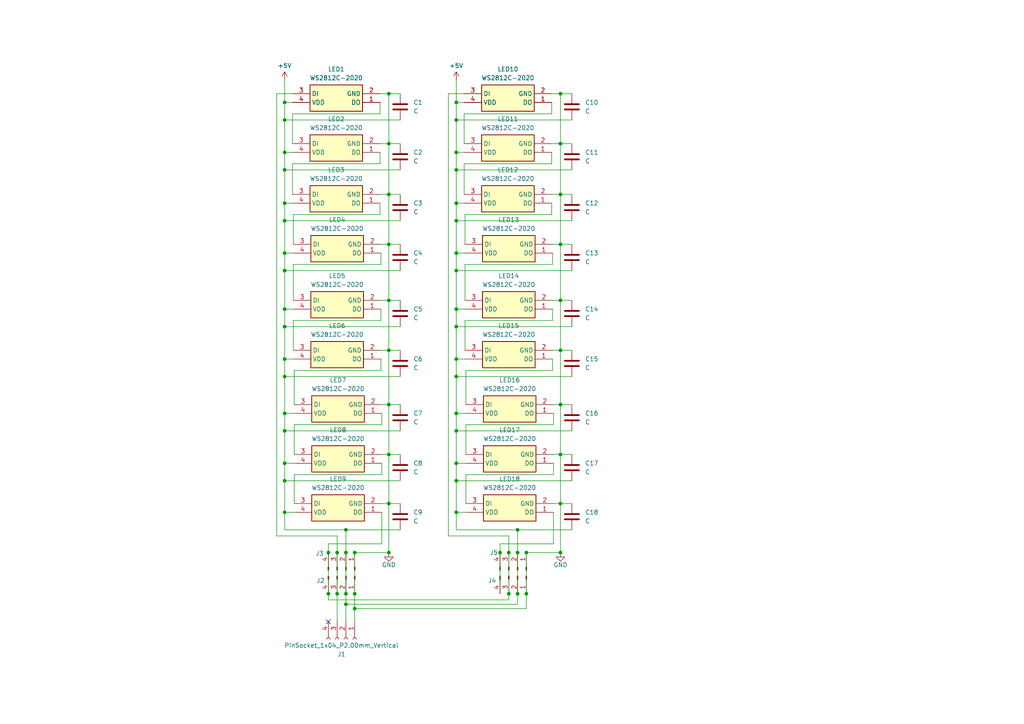
<source format=kicad_sch>
(kicad_sch (version 20230121) (generator eeschema)
  (paper "A4")
  (lib_symbols
    (symbol "Connector:Conn_01x04_Pin" (pin_names (offset 1.016) hide)
      (property "Reference" "J" (at 0 5.08 0))
      (property "Value" "Conn_01x04_Pin" (at 0 -7.62 0))
      (symbol "Conn_01x04_Pin_1_1"
        (polyline (pts (xy 1.27 -5.08) (xy 0.8636 -5.08)) (stroke (width 0.1524)))
        (polyline (pts (xy 1.27 -2.54) (xy 0.8636 -2.54)) (stroke (width 0.1524)))
        (polyline (pts (xy 1.27 0) (xy 0.8636 0)) (stroke (width 0.1524)))
        (polyline (pts (xy 1.27 2.54) (xy 0.8636 2.54)) (stroke (width 0.1524)))
        (rectangle (start 0.8636 -4.953) (end 0 -5.207) (stroke (width 0.1524)) (fill (type outline)))
        (rectangle (start 0.8636 -2.413) (end 0 -2.667) (stroke (width 0.1524)) (fill (type outline)))
        (rectangle (start 0.8636 0.127) (end 0 -0.127) (stroke (width 0.1524)) (fill (type outline)))
        (rectangle (start 0.8636 2.667) (end 0 2.413) (stroke (width 0.1524)) (fill (type outline)))
        (pin passive line (at 5.08 2.54 180) (length 3.81) (name "Pin_1") (number "1"))
        (pin passive line (at 5.08 0 180) (length 3.81) (name "Pin_2") (number "2"))
        (pin passive line (at 5.08 -2.54 180) (length 3.81) (name "Pin_3") (number "3"))
        (pin passive line (at 5.08 -5.08 180) (length 3.81) (name "Pin_4") (number "4"))
      )
    )
    (symbol "Connector:Conn_01x04_Socket" (pin_names (offset 1.016) hide)
      (property "Reference" "J" (at 0 5.08 0))
      (property "Value" "Conn_01x04_Socket" (at 0 -7.62 0))
      (symbol "Conn_01x04_Socket_1_1"
        (arc (start 0 -4.572) (mid -0.5058 -5.08) (end 0 -5.588) (stroke (width 0.1524)))
        (arc (start 0 -2.032) (mid -0.5058 -2.54) (end 0 -3.048) (stroke (width 0.1524)))
        (polyline (pts (xy -1.27 -5.08) (xy -0.508 -5.08)) (stroke (width 0.1524)))
        (polyline (pts (xy -1.27 -2.54) (xy -0.508 -2.54)) (stroke (width 0.1524)))
        (polyline (pts (xy -1.27 0) (xy -0.508 0)) (stroke (width 0.1524)))
        (polyline (pts (xy -1.27 2.54) (xy -0.508 2.54)) (stroke (width 0.1524)))
        (arc (start 0 0.508) (mid -0.5058 0) (end 0 -0.508) (stroke (width 0.1524)))
        (arc (start 0 3.048) (mid -0.5058 2.54) (end 0 2.032) (stroke (width 0.1524)))
        (pin passive line (at -5.08 2.54 0) (length 3.81) (name "Pin_1") (number "1"))
        (pin passive line (at -5.08 0 0) (length 3.81) (name "Pin_2") (number "2"))
        (pin passive line (at -5.08 -2.54 0) (length 3.81) (name "Pin_3") (number "3"))
        (pin passive line (at -5.08 -5.08 0) (length 3.81) (name "Pin_4") (number "4"))
      )
    )
    (symbol "Device:C" (pin_numbers hide) (pin_names (offset 0.254))
      (property "Reference" "C" (at 0.635 2.54 0))
      (property "Value" "C" (at 0.635 -2.54 0))
      (symbol "C_0_1"
        (polyline (pts (xy -2.032 -0.762) (xy 2.032 -0.762)) (stroke (width 0.508)))
        (polyline (pts (xy -2.032 0.762) (xy 2.032 0.762)) (stroke (width 0.508)))
      )
      (symbol "C_1_1"
        (pin passive line (at 0 3.81 270) (length 2.794) (name "~") (number "1"))
        (pin passive line (at 0 -3.81 90) (length 2.794) (name "~") (number "2"))
      )
    )
    (symbol "Library:WS2812C-2020"
      (property "Reference" "LED9" (at 12.7 7.112 0))
      (property "Value" "WS2812C-2020" (at 12.7 4.572 0))
      (symbol "WS2812C-2020_1_1"
        (rectangle (start 5.08 2.54) (end 20.32 -5.08) (stroke (width 0.254)) (fill (type background)))
        (pin passive line (at 25.4 -2.54 180) (length 5.08) (name "DO") (number "1"))
        (pin passive line (at 25.4 0 180) (length 5.08) (name "GND") (number "2"))
        (pin passive line (at 0 0 0) (length 5.08) (name "DI") (number "3"))
        (pin passive line (at 0 -2.54 0) (length 5.08) (name "VDD") (number "4"))
      )
    )
    (symbol "power:+5V" (power) (pin_names (offset 0))
      (property "Value" "+5V" (at 0 3.556 0))
      (symbol "+5V_0_1"
        (polyline (pts (xy -0.762 1.27) (xy 0 2.54)))
        (polyline (pts (xy 0 0) (xy 0 2.54)))
        (polyline (pts (xy 0 2.54) (xy 0.762 1.27)))
      )
      (symbol "+5V_1_1"
        (pin power_in line (at 0 0 90) (length 0) hide (name "+5V") (number "1"))
      )
    )
    (symbol "power:GND" (power) (pin_names (offset 0))
      (property "Value" "GND" (at 0 -3.81 0))
      (symbol "GND_0_1"
        (polyline (pts (xy 0 0) (xy 0 -1.27) (xy 1.27 -1.27) (xy 0 -2.54) (xy -1.27 -1.27) (xy 0 -1.27)))
      )
      (symbol "GND_1_1"
        (pin power_in line (at 0 0 270) (length 0) hide (name "GND") (number "1"))
      )
    )
  )
  (junction (at 162.56 87.122))
  (junction (at 82.55 64.008))
  (junction (at 112.776 56.388))
  (junction (at 102.87 172.212))
  (junction (at 162.56 160.274))
  (junction (at 82.55 94.742))
  (junction (at 95.25 172.212))
  (junction (at 82.55 104.14))
  (junction (at 82.55 148.59))
  (junction (at 132.334 78.486))
  (junction (at 100.33 153.67))
  (junction (at 100.33 175.26))
  (junction (at 132.334 73.406))
  (junction (at 82.55 78.486))
  (junction (at 82.55 29.718))
  (junction (at 112.776 117.348))
  (junction (at 162.56 101.6))
  (junction (at 132.334 49.276))
  (junction (at 145.034 160.274))
  (junction (at 112.776 87.122))
  (junction (at 82.55 49.276))
  (junction (at 112.776 160.274))
  (junction (at 152.654 160.274))
  (junction (at 102.87 176.53))
  (junction (at 132.334 124.968))
  (junction (at 150.114 172.212))
  (junction (at 132.334 89.662))
  (junction (at 102.87 160.274))
  (junction (at 112.776 41.656))
  (junction (at 147.574 160.274))
  (junction (at 132.334 94.742))
  (junction (at 82.55 134.366))
  (junction (at 132.334 58.928))
  (junction (at 100.33 172.212))
  (junction (at 147.574 172.212))
  (junction (at 132.334 34.798))
  (junction (at 132.334 64.008))
  (junction (at 82.55 58.928))
  (junction (at 112.776 27.178))
  (junction (at 82.55 119.888))
  (junction (at 82.55 89.662))
  (junction (at 132.334 139.446))
  (junction (at 150.114 153.67))
  (junction (at 82.55 44.196))
  (junction (at 162.56 70.866))
  (junction (at 82.55 124.968))
  (junction (at 132.334 104.14))
  (junction (at 132.334 109.22))
  (junction (at 100.33 160.274))
  (junction (at 132.334 134.366))
  (junction (at 95.25 160.274))
  (junction (at 82.55 34.798))
  (junction (at 112.776 101.6))
  (junction (at 132.334 29.718))
  (junction (at 162.56 27.178))
  (junction (at 112.776 70.866))
  (junction (at 150.114 160.274))
  (junction (at 152.654 172.212))
  (junction (at 162.56 41.656))
  (junction (at 132.334 148.59))
  (junction (at 97.79 160.274))
  (junction (at 112.776 146.05))
  (junction (at 162.56 131.826))
  (junction (at 162.56 146.05))
  (junction (at 82.55 109.22))
  (junction (at 132.334 44.196))
  (junction (at 97.79 172.212))
  (junction (at 82.55 73.406))
  (junction (at 82.55 139.446))
  (junction (at 162.56 117.348))
  (junction (at 132.334 119.888))
  (junction (at 162.56 56.388))
  (junction (at 112.776 131.826))
  (no_connect (at 95.25 180.34))
  (wire (pts (xy 145.034 160.274) (xy 145.034 172.212)))
  (wire (pts (xy 162.56 146.05) (xy 165.862 146.05)))
  (wire (pts (xy 112.776 70.866) (xy 116.078 70.866)))
  (wire (pts (xy 82.55 58.928) (xy 84.836 58.928)))
  (wire (pts (xy 134.62 33.02) (xy 134.62 41.656)))
  (wire (pts (xy 160.274 107.442) (xy 135.128 107.442)))
  (wire (pts (xy 160.02 58.928) (xy 160.02 62.23)))
  (wire (pts (xy 116.078 94.742) (xy 82.55 94.742)))
  (wire (pts (xy 112.776 27.178) (xy 116.078 27.178)))
  (wire (pts (xy 82.55 89.662) (xy 82.55 94.742)))
  (wire (pts (xy 112.776 56.388) (xy 116.078 56.388)))
  (wire (pts (xy 162.56 146.05) (xy 162.56 160.274)))
  (wire (pts (xy 112.776 87.122) (xy 112.776 101.6)))
  (wire (pts (xy 130.048 27.178) (xy 130.048 155.448)))
  (wire (pts (xy 80.264 27.178) (xy 80.264 155.448)))
  (wire (pts (xy 100.33 153.67) (xy 82.55 153.67)))
  (wire (pts (xy 162.56 27.178) (xy 162.56 41.656)))
  (wire (pts (xy 112.776 131.826) (xy 116.078 131.826)))
  (wire (pts (xy 110.236 41.656) (xy 112.776 41.656)))
  (wire (pts (xy 95.25 160.274) (xy 95.25 172.212)))
  (wire (pts (xy 97.79 172.212) (xy 97.79 180.34)))
  (wire (pts (xy 132.334 73.406) (xy 134.874 73.406)))
  (wire (pts (xy 165.862 153.67) (xy 150.114 153.67)))
  (wire (pts (xy 82.55 73.406) (xy 82.55 78.486)))
  (wire (pts (xy 132.334 124.968) (xy 132.334 134.366)))
  (wire (pts (xy 160.02 47.498) (xy 134.62 47.498)))
  (wire (pts (xy 112.776 27.178) (xy 112.776 41.656)))
  (wire (pts (xy 162.56 87.122) (xy 162.56 101.6)))
  (wire (pts (xy 132.334 73.406) (xy 132.334 78.486)))
  (wire (pts (xy 97.79 155.448) (xy 97.79 160.274)))
  (wire (pts (xy 160.528 137.668) (xy 160.528 134.366)))
  (wire (pts (xy 132.334 44.196) (xy 132.334 49.276)))
  (wire (pts (xy 160.528 146.05) (xy 162.56 146.05)))
  (wire (pts (xy 112.776 117.348) (xy 116.078 117.348)))
  (wire (pts (xy 160.274 70.866) (xy 162.56 70.866)))
  (wire (pts (xy 100.33 153.67) (xy 100.33 160.274)))
  (wire (pts (xy 132.334 78.486) (xy 132.334 89.662)))
  (wire (pts (xy 165.862 109.22) (xy 132.334 109.22)))
  (wire (pts (xy 150.114 153.67) (xy 132.334 153.67)))
  (wire (pts (xy 82.55 94.742) (xy 82.55 104.14)))
  (wire (pts (xy 160.528 119.888) (xy 160.528 123.19)))
  (wire (pts (xy 160.02 62.23) (xy 134.874 62.23)))
  (wire (pts (xy 132.334 58.928) (xy 134.62 58.928)))
  (wire (pts (xy 135.128 137.668) (xy 160.528 137.668)))
  (wire (pts (xy 85.09 62.23) (xy 85.09 70.866)))
  (wire (pts (xy 110.236 58.928) (xy 110.236 62.23)))
  (wire (pts (xy 134.62 27.178) (xy 130.048 27.178)))
  (wire (pts (xy 162.56 131.826) (xy 165.862 131.826)))
  (wire (pts (xy 160.274 73.406) (xy 160.274 76.708)))
  (wire (pts (xy 134.874 62.23) (xy 134.874 70.866)))
  (wire (pts (xy 85.09 92.964) (xy 85.09 101.6)))
  (wire (pts (xy 132.334 34.798) (xy 132.334 44.196)))
  (wire (pts (xy 82.55 34.798) (xy 82.55 44.196)))
  (wire (pts (xy 82.55 29.718) (xy 82.55 34.798)))
  (wire (pts (xy 85.09 76.708) (xy 85.09 87.122)))
  (wire (pts (xy 110.236 27.178) (xy 112.776 27.178)))
  (wire (pts (xy 112.776 146.05) (xy 116.078 146.05)))
  (wire (pts (xy 102.87 172.212) (xy 102.87 176.53)))
  (wire (pts (xy 162.56 117.348) (xy 165.862 117.348)))
  (wire (pts (xy 132.334 139.446) (xy 132.334 148.59)))
  (wire (pts (xy 160.528 123.19) (xy 135.128 123.19)))
  (wire (pts (xy 132.334 64.008) (xy 165.862 64.008)))
  (wire (pts (xy 95.25 172.212) (xy 95.25 173.99)))
  (wire (pts (xy 160.528 131.826) (xy 162.56 131.826)))
  (wire (pts (xy 132.334 104.14) (xy 134.874 104.14)))
  (wire (pts (xy 165.862 94.742) (xy 132.334 94.742)))
  (wire (pts (xy 162.56 56.388) (xy 162.56 70.866)))
  (wire (pts (xy 112.776 87.122) (xy 116.078 87.122)))
  (wire (pts (xy 116.078 34.798) (xy 82.55 34.798)))
  (wire (pts (xy 85.344 146.05) (xy 85.344 137.668)))
  (wire (pts (xy 150.114 172.212) (xy 150.114 175.26)))
  (wire (pts (xy 132.334 49.276) (xy 132.334 58.928)))
  (wire (pts (xy 160.274 104.14) (xy 160.274 107.442)))
  (wire (pts (xy 116.078 78.486) (xy 82.55 78.486)))
  (wire (pts (xy 102.87 176.53) (xy 152.654 176.53)))
  (wire (pts (xy 132.334 109.22) (xy 132.334 119.888)))
  (wire (pts (xy 160.02 56.388) (xy 162.56 56.388)))
  (wire (pts (xy 135.128 107.442) (xy 135.128 117.348)))
  (wire (pts (xy 84.836 47.498) (xy 84.836 56.388)))
  (wire (pts (xy 110.49 76.708) (xy 85.09 76.708)))
  (wire (pts (xy 82.55 58.928) (xy 82.55 64.008)))
  (wire (pts (xy 147.574 172.212) (xy 147.574 173.99)))
  (wire (pts (xy 82.55 109.22) (xy 82.55 119.888)))
  (wire (pts (xy 82.55 104.14) (xy 85.09 104.14)))
  (wire (pts (xy 82.55 124.968) (xy 82.55 134.366)))
  (wire (pts (xy 145.034 157.734) (xy 145.034 160.274)))
  (wire (pts (xy 110.744 117.348) (xy 112.776 117.348)))
  (wire (pts (xy 160.274 89.662) (xy 160.274 92.964)))
  (wire (pts (xy 152.654 160.274) (xy 152.654 172.212)))
  (wire (pts (xy 162.56 131.826) (xy 162.56 146.05)))
  (wire (pts (xy 102.87 160.274) (xy 112.776 160.274)))
  (wire (pts (xy 132.334 119.888) (xy 132.334 124.968)))
  (wire (pts (xy 82.55 119.888) (xy 82.55 124.968)))
  (wire (pts (xy 82.55 64.008) (xy 82.55 73.406)))
  (wire (pts (xy 110.744 119.888) (xy 110.744 123.19)))
  (wire (pts (xy 84.836 29.718) (xy 82.55 29.718)))
  (wire (pts (xy 160.02 33.02) (xy 160.02 29.718)))
  (wire (pts (xy 82.55 89.662) (xy 85.09 89.662)))
  (wire (pts (xy 132.334 29.718) (xy 132.334 34.798)))
  (wire (pts (xy 132.334 58.928) (xy 132.334 64.008)))
  (wire (pts (xy 84.836 33.02) (xy 84.836 41.656)))
  (wire (pts (xy 162.56 41.656) (xy 165.862 41.656)))
  (wire (pts (xy 130.048 155.448) (xy 147.574 155.448)))
  (wire (pts (xy 110.744 146.05) (xy 112.776 146.05)))
  (wire (pts (xy 82.55 78.486) (xy 82.55 89.662)))
  (wire (pts (xy 134.62 47.498) (xy 134.62 56.388)))
  (wire (pts (xy 112.776 70.866) (xy 112.776 87.122)))
  (wire (pts (xy 132.334 134.366) (xy 135.128 134.366)))
  (wire (pts (xy 134.62 33.02) (xy 160.02 33.02)))
  (wire (pts (xy 110.49 73.406) (xy 110.49 76.708)))
  (wire (pts (xy 82.55 23.368) (xy 82.55 29.718)))
  (wire (pts (xy 134.874 92.964) (xy 134.874 101.6)))
  (wire (pts (xy 112.776 101.6) (xy 112.776 117.348)))
  (wire (pts (xy 102.87 160.274) (xy 102.87 172.212)))
  (wire (pts (xy 160.274 101.6) (xy 162.56 101.6)))
  (wire (pts (xy 110.49 92.964) (xy 85.09 92.964)))
  (wire (pts (xy 82.55 104.14) (xy 82.55 109.22)))
  (wire (pts (xy 110.744 137.668) (xy 110.744 134.366)))
  (wire (pts (xy 116.078 49.276) (xy 82.55 49.276)))
  (wire (pts (xy 135.128 123.19) (xy 135.128 131.826)))
  (wire (pts (xy 134.874 76.708) (xy 134.874 87.122)))
  (wire (pts (xy 160.02 44.196) (xy 160.02 47.498)))
  (wire (pts (xy 110.744 131.826) (xy 112.776 131.826)))
  (wire (pts (xy 132.334 104.14) (xy 132.334 109.22)))
  (wire (pts (xy 110.744 123.19) (xy 85.344 123.19)))
  (wire (pts (xy 82.55 134.366) (xy 82.55 139.446)))
  (wire (pts (xy 147.574 155.448) (xy 147.574 160.274)))
  (wire (pts (xy 116.078 109.22) (xy 82.55 109.22)))
  (wire (pts (xy 95.25 157.734) (xy 95.25 160.274)))
  (wire (pts (xy 134.62 44.196) (xy 132.334 44.196)))
  (wire (pts (xy 150.114 153.67) (xy 150.114 160.274)))
  (wire (pts (xy 152.654 176.53) (xy 152.654 172.212)))
  (wire (pts (xy 95.25 157.734) (xy 110.744 157.734)))
  (wire (pts (xy 162.56 87.122) (xy 165.862 87.122)))
  (wire (pts (xy 84.836 33.02) (xy 110.236 33.02)))
  (wire (pts (xy 132.334 119.888) (xy 135.128 119.888)))
  (wire (pts (xy 84.836 44.196) (xy 82.55 44.196)))
  (wire (pts (xy 145.034 157.734) (xy 160.528 157.734)))
  (wire (pts (xy 110.236 44.196) (xy 110.236 47.498)))
  (wire (pts (xy 110.49 89.662) (xy 110.49 92.964)))
  (wire (pts (xy 110.49 107.442) (xy 85.344 107.442)))
  (wire (pts (xy 132.334 148.59) (xy 135.128 148.59)))
  (wire (pts (xy 85.344 107.442) (xy 85.344 117.348)))
  (wire (pts (xy 162.56 27.178) (xy 165.862 27.178)))
  (wire (pts (xy 132.334 94.742) (xy 132.334 104.14)))
  (wire (pts (xy 82.55 148.59) (xy 85.344 148.59)))
  (wire (pts (xy 100.33 175.26) (xy 150.114 175.26)))
  (wire (pts (xy 135.128 146.05) (xy 135.128 137.668)))
  (wire (pts (xy 160.02 27.178) (xy 162.56 27.178)))
  (wire (pts (xy 112.776 41.656) (xy 112.776 56.388)))
  (wire (pts (xy 132.334 124.968) (xy 165.862 124.968)))
  (wire (pts (xy 165.862 49.276) (xy 132.334 49.276)))
  (wire (pts (xy 160.02 41.656) (xy 162.56 41.656)))
  (wire (pts (xy 110.49 104.14) (xy 110.49 107.442)))
  (wire (pts (xy 112.776 41.656) (xy 116.078 41.656)))
  (wire (pts (xy 100.33 175.26) (xy 100.33 180.34)))
  (wire (pts (xy 132.334 134.366) (xy 132.334 139.446)))
  (wire (pts (xy 80.264 155.448) (xy 97.79 155.448)))
  (wire (pts (xy 162.56 41.656) (xy 162.56 56.388)))
  (wire (pts (xy 160.274 87.122) (xy 162.56 87.122)))
  (wire (pts (xy 85.344 123.19) (xy 85.344 131.826)))
  (wire (pts (xy 165.862 34.798) (xy 132.334 34.798)))
  (wire (pts (xy 82.55 49.276) (xy 82.55 58.928)))
  (wire (pts (xy 82.55 124.968) (xy 116.078 124.968)))
  (wire (pts (xy 84.836 27.178) (xy 80.264 27.178)))
  (wire (pts (xy 82.55 134.366) (xy 85.344 134.366)))
  (wire (pts (xy 162.56 101.6) (xy 162.56 117.348)))
  (wire (pts (xy 110.236 62.23) (xy 85.09 62.23)))
  (wire (pts (xy 160.274 76.708) (xy 134.874 76.708)))
  (wire (pts (xy 132.334 148.59) (xy 132.334 153.67)))
  (wire (pts (xy 116.078 139.446) (xy 82.55 139.446)))
  (wire (pts (xy 82.55 119.888) (xy 85.344 119.888)))
  (wire (pts (xy 162.56 70.866) (xy 162.56 87.122)))
  (wire (pts (xy 110.236 47.498) (xy 84.836 47.498)))
  (wire (pts (xy 160.274 92.964) (xy 134.874 92.964)))
  (wire (pts (xy 134.62 29.718) (xy 132.334 29.718)))
  (wire (pts (xy 162.56 70.866) (xy 165.862 70.866)))
  (wire (pts (xy 110.236 33.02) (xy 110.236 29.718)))
  (wire (pts (xy 110.236 56.388) (xy 112.776 56.388)))
  (wire (pts (xy 110.49 101.6) (xy 112.776 101.6)))
  (wire (pts (xy 110.49 70.866) (xy 112.776 70.866)))
  (wire (pts (xy 112.776 146.05) (xy 112.776 160.274)))
  (wire (pts (xy 110.744 148.59) (xy 110.744 157.734)))
  (wire (pts (xy 82.55 44.196) (xy 82.55 49.276)))
  (wire (pts (xy 95.25 173.99) (xy 147.574 173.99)))
  (wire (pts (xy 110.49 87.122) (xy 112.776 87.122)))
  (wire (pts (xy 112.776 101.6) (xy 116.078 101.6)))
  (wire (pts (xy 116.078 153.67) (xy 100.33 153.67)))
  (wire (pts (xy 112.776 117.348) (xy 112.776 131.826)))
  (wire (pts (xy 160.528 117.348) (xy 162.56 117.348)))
  (wire (pts (xy 165.862 139.446) (xy 132.334 139.446)))
  (wire (pts (xy 132.334 23.368) (xy 132.334 29.718)))
  (wire (pts (xy 82.55 148.59) (xy 82.55 153.67)))
  (wire (pts (xy 112.776 56.388) (xy 112.776 70.866)))
  (wire (pts (xy 85.344 137.668) (xy 110.744 137.668)))
  (wire (pts (xy 162.56 117.348) (xy 162.56 131.826)))
  (wire (pts (xy 100.33 172.212) (xy 100.33 175.26)))
  (wire (pts (xy 97.79 160.274) (xy 97.79 172.212)))
  (wire (pts (xy 165.862 78.486) (xy 132.334 78.486)))
  (wire (pts (xy 147.574 160.274) (xy 147.574 172.212)))
  (wire (pts (xy 150.114 160.274) (xy 150.114 172.212)))
  (wire (pts (xy 132.334 64.008) (xy 132.334 73.406)))
  (wire (pts (xy 162.56 56.388) (xy 165.862 56.388)))
  (wire (pts (xy 160.528 148.59) (xy 160.528 157.734)))
  (wire (pts (xy 162.56 101.6) (xy 165.862 101.6)))
  (wire (pts (xy 102.87 176.53) (xy 102.87 180.34)))
  (wire (pts (xy 132.334 89.662) (xy 134.874 89.662)))
  (wire (pts (xy 82.55 73.406) (xy 85.09 73.406)))
  (wire (pts (xy 152.654 160.274) (xy 162.56 160.274)))
  (wire (pts (xy 82.55 139.446) (xy 82.55 148.59)))
  (wire (pts (xy 100.33 160.274) (xy 100.33 172.212)))
  (wire (pts (xy 132.334 89.662) (xy 132.334 94.742)))
  (wire (pts (xy 82.55 64.008) (xy 116.078 64.008)))
  (wire (pts (xy 112.776 131.826) (xy 112.776 146.05)))
  (symbol (lib_id "Library:WS2812C-2020") (at 85.344 146.05 0) (unit 1)
    (property "Reference" "LED9" (at 98.044 138.938 0))
    (property "Value" "WS2812C-2020" (at 98.044 141.478 0))
    (property "Footprint" "Library:WS2812C2020" (effects hide))
    (property "Datasheet" "http://www.world-semi.com/DownLoadFile/139" (effects hide))
    (property "Height" "0.84" (effects hide))
    (property "Manufacturer_Name" "Worldsemi" (effects hide))
    (property "Manufacturer_Part_Number" "WS2812C-2020" (effects hide))
    (property "LCSC" "C2976072" (effects hide))
  )
  (symbol (lib_id "Library:WS2812C-2020") (at 84.836 41.656 0) (unit 1)
    (property "Reference" "LED2" (at 97.536 34.544 0))
    (property "Value" "WS2812C-2020" (at 97.536 37.084 0))
    (property "Footprint" "Library:WS2812C2020" (effects hide))
    (property "Datasheet" "http://www.world-semi.com/DownLoadFile/139" (effects hide))
    (property "Height" "0.84" (effects hide))
    (property "Manufacturer_Name" "Worldsemi" (effects hide))
    (property "Manufacturer_Part_Number" "WS2812C-2020" (effects hide))
    (property "LCSC" "C2976072" (effects hide))
  )
  (symbol (lib_id "Library:WS2812C-2020") (at 85.09 87.122 0) (unit 1)
    (property "Reference" "LED5" (at 97.79 80.01 0))
    (property "Value" "WS2812C-2020" (at 97.79 82.55 0))
    (property "Footprint" "Library:WS2812C2020" (effects hide))
    (property "Datasheet" "http://www.world-semi.com/DownLoadFile/139" (effects hide))
    (property "Height" "0.84" (effects hide))
    (property "Manufacturer_Name" "Worldsemi" (effects hide))
    (property "Manufacturer_Part_Number" "WS2812C-2020" (effects hide))
    (property "LCSC" "C2976072" (effects hide))
  )
  (symbol (lib_id "Library:WS2812C-2020") (at 135.128 146.05 0) (unit 1)
    (property "Reference" "LED18" (at 147.828 138.938 0))
    (property "Value" "WS2812C-2020" (at 147.828 141.478 0))
    (property "Footprint" "Library:WS2812C2020" (effects hide))
    (property "Datasheet" "http://www.world-semi.com/DownLoadFile/139" (effects hide))
    (property "Height" "0.84" (effects hide))
    (property "Manufacturer_Name" "Worldsemi" (effects hide))
    (property "Manufacturer_Part_Number" "WS2812C-2020" (effects hide))
    (property "LCSC" "C2976072" (effects hide))
  )
  (symbol (lib_id "Device:C") (at 165.862 105.41 0) (unit 1)
    (property "Reference" "C15" (at 169.672 104.14 0) (effects (justify left)))
    (property "Value" "C" (at 169.672 106.68 0) (effects (justify left)))
    (property "Footprint" "Library:C_0402_1005Metric_Pad0.74x0.62mm_HandSolder" (effects hide))
    (property "LCSC" "C1525" (effects hide))
  )
  (symbol (lib_id "Device:C") (at 116.078 45.466 0) (unit 1)
    (property "Reference" "C2" (at 119.888 44.196 0) (effects (justify left)))
    (property "Value" "C" (at 119.888 46.736 0) (effects (justify left)))
    (property "Footprint" "Library:C_0402_1005Metric_Pad0.74x0.62mm_HandSolder" (effects hide))
    (property "LCSC" "C1525" (effects hide))
  )
  (symbol (lib_id "Connector:Conn_01x04_Pin") (at 100.33 167.132 270) (unit 1)
    (property "Reference" "J2" (at 92.964 168.402 90))
    (property "Value" "Conn_01x04_Pin" (effects hide))
    (property "Footprint" "Library:Pad_1x04_P2.00mm" (effects hide))
  )
  (symbol (lib_id "Library:WS2812C-2020") (at 134.874 101.6 0) (unit 1)
    (property "Reference" "LED15" (at 147.574 94.488 0))
    (property "Value" "WS2812C-2020" (at 147.574 97.028 0))
    (property "Footprint" "Library:WS2812C2020" (effects hide))
    (property "Datasheet" "http://www.world-semi.com/DownLoadFile/139" (effects hide))
    (property "Height" "0.84" (effects hide))
    (property "Manufacturer_Name" "Worldsemi" (effects hide))
    (property "Manufacturer_Part_Number" "WS2812C-2020" (effects hide))
    (property "LCSC" "C2976072" (effects hide))
  )
  (symbol (lib_id "Device:C") (at 116.078 74.676 0) (unit 1)
    (property "Reference" "C4" (at 119.888 73.406 0) (effects (justify left)))
    (property "Value" "C" (at 119.888 75.946 0) (effects (justify left)))
    (property "Footprint" "Library:C_0402_1005Metric_Pad0.74x0.62mm_HandSolder" (effects hide))
    (property "LCSC" "C1525" (effects hide))
  )
  (symbol (lib_id "Library:WS2812C-2020") (at 134.874 70.866 0) (unit 1)
    (property "Reference" "LED13" (at 147.574 63.754 0))
    (property "Value" "WS2812C-2020" (at 147.574 66.294 0))
    (property "Footprint" "Library:WS2812C2020" (effects hide))
    (property "Datasheet" "http://www.world-semi.com/DownLoadFile/139" (effects hide))
    (property "Height" "0.84" (effects hide))
    (property "Manufacturer_Name" "Worldsemi" (effects hide))
    (property "Manufacturer_Part_Number" "WS2812C-2020" (effects hide))
    (property "LCSC" "C2976072" (effects hide))
  )
  (symbol (lib_id "Device:C") (at 165.862 121.158 0) (unit 1)
    (property "Reference" "C16" (at 169.672 119.888 0) (effects (justify left)))
    (property "Value" "C" (at 169.672 122.428 0) (effects (justify left)))
    (property "Footprint" "Library:C_0402_1005Metric_Pad0.74x0.62mm_HandSolder" (effects hide))
    (property "LCSC" "C1525" (effects hide))
  )
  (symbol (lib_id "Device:C") (at 116.078 60.198 0) (unit 1)
    (property "Reference" "C3" (at 119.888 58.928 0) (effects (justify left)))
    (property "Value" "C" (at 119.888 61.468 0) (effects (justify left)))
    (property "Footprint" "Library:C_0402_1005Metric_Pad0.74x0.62mm_HandSolder" (effects hide))
    (property "LCSC" "C1525" (effects hide))
  )
  (symbol (lib_id "Library:WS2812C-2020") (at 85.09 70.866 0) (unit 1)
    (property "Reference" "LED4" (at 97.79 63.754 0))
    (property "Value" "WS2812C-2020" (at 97.79 66.294 0))
    (property "Footprint" "Library:WS2812C2020" (effects hide))
    (property "Datasheet" "http://www.world-semi.com/DownLoadFile/139" (effects hide))
    (property "Height" "0.84" (effects hide))
    (property "Manufacturer_Name" "Worldsemi" (effects hide))
    (property "Manufacturer_Part_Number" "WS2812C-2020" (effects hide))
    (property "LCSC" "C2976072" (effects hide))
  )
  (symbol (lib_id "Device:C") (at 116.078 90.932 0) (unit 1)
    (property "Reference" "C5" (at 119.888 89.662 0) (effects (justify left)))
    (property "Value" "C" (at 119.888 92.202 0) (effects (justify left)))
    (property "Footprint" "Library:C_0402_1005Metric_Pad0.74x0.62mm_HandSolder" (effects hide))
    (property "LCSC" "C1525" (effects hide))
  )
  (symbol (lib_id "Connector:Conn_01x04_Pin") (at 150.114 167.132 270) (unit 1)
    (property "Reference" "J4" (at 142.748 168.402 90))
    (property "Value" "Conn_01x04_Pin" (effects hide))
    (property "Footprint" "Library:Pad_1x04_P2.00mm" (effects hide))
  )
  (symbol (lib_id "Library:WS2812C-2020") (at 135.128 131.826 0) (unit 1)
    (property "Reference" "LED17" (at 147.828 124.714 0))
    (property "Value" "WS2812C-2020" (at 147.828 127.254 0))
    (property "Footprint" "Library:WS2812C2020" (effects hide))
    (property "Datasheet" "http://www.world-semi.com/DownLoadFile/139" (effects hide))
    (property "Height" "0.84" (effects hide))
    (property "Manufacturer_Name" "Worldsemi" (effects hide))
    (property "Manufacturer_Part_Number" "WS2812C-2020" (effects hide))
    (property "LCSC" "C2976072" (effects hide))
  )
  (symbol (lib_id "Library:WS2812C-2020") (at 135.128 117.348 0) (unit 1)
    (property "Reference" "LED16" (at 147.828 110.236 0))
    (property "Value" "WS2812C-2020" (at 147.828 112.776 0))
    (property "Footprint" "Library:WS2812C2020" (effects hide))
    (property "Datasheet" "http://www.world-semi.com/DownLoadFile/139" (effects hide))
    (property "Height" "0.84" (effects hide))
    (property "Manufacturer_Name" "Worldsemi" (effects hide))
    (property "Manufacturer_Part_Number" "WS2812C-2020" (effects hide))
    (property "LCSC" "C2976072" (effects hide))
  )
  (symbol (lib_id "Device:C") (at 116.078 121.158 0) (unit 1)
    (property "Reference" "C7" (at 119.888 119.888 0) (effects (justify left)))
    (property "Value" "C" (at 119.888 122.428 0) (effects (justify left)))
    (property "Footprint" "Library:C_0402_1005Metric_Pad0.74x0.62mm_HandSolder" (effects hide))
    (property "LCSC" "C1525" (effects hide))
  )
  (symbol (lib_id "Library:WS2812C-2020") (at 134.874 87.122 0) (unit 1)
    (property "Reference" "LED14" (at 147.574 80.01 0))
    (property "Value" "WS2812C-2020" (at 147.574 82.55 0))
    (property "Footprint" "Library:WS2812C2020" (effects hide))
    (property "Datasheet" "http://www.world-semi.com/DownLoadFile/139" (effects hide))
    (property "Height" "0.84" (effects hide))
    (property "Manufacturer_Name" "Worldsemi" (effects hide))
    (property "Manufacturer_Part_Number" "WS2812C-2020" (effects hide))
    (property "LCSC" "C2976072" (effects hide))
  )
  (symbol (lib_id "power:+5V") (at 82.55 23.368 0) (unit 1)
    (property "Reference" "#PWR01" (effects hide))
    (property "Value" "+5V" (at 82.55 19.05 0))
  )
  (symbol (lib_id "Library:WS2812C-2020") (at 85.344 131.826 0) (unit 1)
    (property "Reference" "LED8" (at 98.044 124.714 0))
    (property "Value" "WS2812C-2020" (at 98.044 127.254 0))
    (property "Footprint" "Library:WS2812C2020" (effects hide))
    (property "Datasheet" "http://www.world-semi.com/DownLoadFile/139" (effects hide))
    (property "Height" "0.84" (effects hide))
    (property "Manufacturer_Name" "Worldsemi" (effects hide))
    (property "Manufacturer_Part_Number" "WS2812C-2020" (effects hide))
    (property "LCSC" "C2976072" (effects hide))
  )
  (symbol (lib_id "power:GND") (at 112.776 160.274 0) (unit 1)
    (property "Reference" "#PWR02" (effects hide))
    (property "Value" "GND" (at 112.776 163.83 0))
  )
  (symbol (lib_id "Device:C") (at 165.862 45.466 0) (unit 1)
    (property "Reference" "C11" (at 169.672 44.196 0) (effects (justify left)))
    (property "Value" "C" (at 169.672 46.736 0) (effects (justify left)))
    (property "Footprint" "Library:C_0402_1005Metric_Pad0.74x0.62mm_HandSolder" (effects hide))
    (property "LCSC" "C1525" (effects hide))
  )
  (symbol (lib_id "Device:C") (at 116.078 105.41 0) (unit 1)
    (property "Reference" "C6" (at 119.888 104.14 0) (effects (justify left)))
    (property "Value" "C" (at 119.888 106.68 0) (effects (justify left)))
    (property "Footprint" "Library:C_0402_1005Metric_Pad0.74x0.62mm_HandSolder" (effects hide))
    (property "LCSC" "C1525" (effects hide))
  )
  (symbol (lib_id "power:GND") (at 162.56 160.274 0) (unit 1)
    (property "Reference" "#PWR04" (effects hide))
    (property "Value" "GND" (at 162.56 163.83 0))
  )
  (symbol (lib_id "Library:WS2812C-2020") (at 84.836 56.388 0) (unit 1)
    (property "Reference" "LED3" (at 97.536 49.276 0))
    (property "Value" "WS2812C-2020" (at 97.536 51.816 0))
    (property "Footprint" "Library:WS2812C2020" (effects hide))
    (property "Datasheet" "http://www.world-semi.com/DownLoadFile/139" (effects hide))
    (property "Height" "0.84" (effects hide))
    (property "Manufacturer_Name" "Worldsemi" (effects hide))
    (property "Manufacturer_Part_Number" "WS2812C-2020" (effects hide))
    (property "LCSC" "C2976072" (effects hide))
  )
  (symbol (lib_id "Connector:Conn_01x04_Pin") (at 150.114 165.354 270) (mirror x) (unit 1)
    (property "Reference" "J5" (at 143.256 160.274 90))
    (property "Value" "Conn_01x04_Pin" (effects hide))
    (property "Footprint" "Library:Pad_1x04_P2.00mm" (effects hide))
  )
  (symbol (lib_id "Library:WS2812C-2020") (at 85.09 101.6 0) (unit 1)
    (property "Reference" "LED6" (at 97.79 94.488 0))
    (property "Value" "WS2812C-2020" (at 97.79 97.028 0))
    (property "Footprint" "Library:WS2812C2020" (effects hide))
    (property "Datasheet" "http://www.world-semi.com/DownLoadFile/139" (effects hide))
    (property "Height" "0.84" (effects hide))
    (property "Manufacturer_Name" "Worldsemi" (effects hide))
    (property "Manufacturer_Part_Number" "WS2812C-2020" (effects hide))
    (property "LCSC" "C2976072" (effects hide))
  )
  (symbol (lib_id "Library:WS2812C-2020") (at 134.62 41.656 0) (unit 1)
    (property "Reference" "LED11" (at 147.32 34.544 0))
    (property "Value" "WS2812C-2020" (at 147.32 37.084 0))
    (property "Footprint" "Library:WS2812C2020" (effects hide))
    (property "Datasheet" "http://www.world-semi.com/DownLoadFile/139" (effects hide))
    (property "Height" "0.84" (effects hide))
    (property "Manufacturer_Name" "Worldsemi" (effects hide))
    (property "Manufacturer_Part_Number" "WS2812C-2020" (effects hide))
    (property "LCSC" "C2976072" (effects hide))
  )
  (symbol (lib_id "power:+5V") (at 132.334 23.368 0) (unit 1)
    (property "Reference" "#PWR03" (effects hide))
    (property "Value" "+5V" (at 132.334 19.05 0))
  )
  (symbol (lib_id "Device:C") (at 165.862 135.636 0) (unit 1)
    (property "Reference" "C17" (at 169.672 134.366 0) (effects (justify left)))
    (property "Value" "C" (at 169.672 136.906 0) (effects (justify left)))
    (property "Footprint" "Library:C_0402_1005Metric_Pad0.74x0.62mm_HandSolder" (effects hide))
    (property "LCSC" "C1525" (effects hide))
  )
  (symbol (lib_id "Device:C") (at 116.078 135.636 0) (unit 1)
    (property "Reference" "C8" (at 119.888 134.366 0) (effects (justify left)))
    (property "Value" "C" (at 119.888 136.906 0) (effects (justify left)))
    (property "Footprint" "Library:C_0402_1005Metric_Pad0.74x0.62mm_HandSolder" (effects hide))
    (property "LCSC" "C1525" (effects hide))
  )
  (symbol (lib_id "Library:WS2812C-2020") (at 134.62 56.388 0) (unit 1)
    (property "Reference" "LED12" (at 147.32 49.276 0))
    (property "Value" "WS2812C-2020" (at 147.32 51.816 0))
    (property "Footprint" "Library:WS2812C2020" (effects hide))
    (property "Datasheet" "http://www.world-semi.com/DownLoadFile/139" (effects hide))
    (property "Height" "0.84" (effects hide))
    (property "Manufacturer_Name" "Worldsemi" (effects hide))
    (property "Manufacturer_Part_Number" "WS2812C-2020" (effects hide))
    (property "LCSC" "C2976072" (effects hide))
  )
  (symbol (lib_id "Device:C") (at 165.862 60.198 0) (unit 1)
    (property "Reference" "C12" (at 169.672 58.928 0) (effects (justify left)))
    (property "Value" "C" (at 169.672 61.468 0) (effects (justify left)))
    (property "Footprint" "Library:C_0402_1005Metric_Pad0.74x0.62mm_HandSolder" (effects hide))
    (property "LCSC" "C1525" (effects hide))
  )
  (symbol (lib_id "Device:C") (at 165.862 149.86 0) (unit 1)
    (property "Reference" "C18" (at 169.672 148.59 0) (effects (justify left)))
    (property "Value" "C" (at 169.672 151.13 0) (effects (justify left)))
    (property "Footprint" "Library:C_0402_1005Metric_Pad0.74x0.62mm_HandSolder" (effects hide))
    (property "LCSC" "C1525" (effects hide))
  )
  (symbol (lib_id "Device:C") (at 165.862 30.988 0) (unit 1)
    (property "Reference" "C10" (at 169.672 29.718 0) (effects (justify left)))
    (property "Value" "C" (at 169.672 32.258 0) (effects (justify left)))
    (property "Footprint" "Library:C_0402_1005Metric_Pad0.74x0.62mm_HandSolder" (effects hide))
    (property "LCSC" "C1525" (effects hide))
  )
  (symbol (lib_id "Connector:Conn_01x04_Pin") (at 100.33 165.354 270) (mirror x) (unit 1)
    (property "Reference" "J3" (at 92.71 160.528 90))
    (property "Value" "Conn_01x04_Pin" (effects hide))
    (property "Footprint" "Library:Pad_1x04_P2.00mm" (effects hide))
  )
  (symbol (lib_id "Connector:Conn_01x04_Socket") (at 100.33 185.42 270) (unit 1)
    (property "Reference" "J1" (at 99.06 189.738 90))
    (property "Value" "PinSocket_1x04_P2.00mm_Vertical" (at 99.06 187.198 90))
    (property "Footprint" "Library:PinSocket_1x04_P2.00mm_Vertical" (effects hide))
  )
  (symbol (lib_id "Device:C") (at 116.078 149.86 0) (unit 1)
    (property "Reference" "C9" (at 119.888 148.59 0) (effects (justify left)))
    (property "Value" "C" (at 119.888 151.13 0) (effects (justify left)))
    (property "Footprint" "Library:C_0402_1005Metric_Pad0.74x0.62mm_HandSolder" (effects hide))
    (property "LCSC" "C1525" (effects hide))
  )
  (symbol (lib_id "Library:WS2812C-2020") (at 85.344 117.348 0) (unit 1)
    (property "Reference" "LED7" (at 98.044 110.236 0))
    (property "Value" "WS2812C-2020" (at 98.044 112.776 0))
    (property "Footprint" "Library:WS2812C2020" (effects hide))
    (property "Datasheet" "http://www.world-semi.com/DownLoadFile/139" (effects hide))
    (property "Height" "0.84" (effects hide))
    (property "Manufacturer_Name" "Worldsemi" (effects hide))
    (property "Manufacturer_Part_Number" "WS2812C-2020" (effects hide))
    (property "LCSC" "C2976072" (effects hide))
  )
  (symbol (lib_id "Library:WS2812C-2020") (at 134.62 27.178 0) (unit 1)
    (property "Reference" "LED10" (at 147.32 20.066 0))
    (property "Value" "WS2812C-2020" (at 147.32 22.606 0))
    (property "Footprint" "Library:WS2812C2020" (effects hide))
    (property "Datasheet" "http://www.world-semi.com/DownLoadFile/139" (effects hide))
    (property "Height" "0.84" (effects hide))
    (property "Manufacturer_Name" "Worldsemi" (effects hide))
    (property "Manufacturer_Part_Number" "WS2812C-2020" (effects hide))
    (property "LCSC" "C2976072" (effects hide))
  )
  (symbol (lib_id "Device:C") (at 165.862 90.932 0) (unit 1)
    (property "Reference" "C14" (at 169.672 89.662 0) (effects (justify left)))
    (property "Value" "C" (at 169.672 92.202 0) (effects (justify left)))
    (property "Footprint" "Library:C_0402_1005Metric_Pad0.74x0.62mm_HandSolder" (effects hide))
    (property "LCSC" "C1525" (effects hide))
  )
  (symbol (lib_id "Device:C") (at 116.078 30.988 0) (unit 1)
    (property "Reference" "C1" (at 119.888 29.718 0) (effects (justify left)))
    (property "Value" "C" (at 119.888 32.258 0) (effects (justify left)))
    (property "Footprint" "Library:C_0402_1005Metric_Pad0.74x0.62mm_HandSolder" (effects hide))
    (property "LCSC" "C1525" (effects hide))
  )
  (symbol (lib_id "Device:C") (at 165.862 74.676 0) (unit 1)
    (property "Reference" "C13" (at 169.672 73.406 0) (effects (justify left)))
    (property "Value" "C" (at 169.672 75.946 0) (effects (justify left)))
    (property "Footprint" "Library:C_0402_1005Metric_Pad0.74x0.62mm_HandSolder" (effects hide))
    (property "LCSC" "C1525" (effects hide))
  )
  (symbol (lib_id "Library:WS2812C-2020") (at 84.836 27.178 0) (unit 1)
    (property "Reference" "LED1" (at 97.536 20.066 0))
    (property "Value" "WS2812C-2020" (at 97.536 22.606 0))
    (property "Footprint" "Library:WS2812C2020" (effects hide))
    (property "Datasheet" "http://www.world-semi.com/DownLoadFile/139" (effects hide))
    (property "Height" "0.84" (effects hide))
    (property "Manufacturer_Name" "Worldsemi" (effects hide))
    (property "Manufacturer_Part_Number" "WS2812C-2020" (effects hide))
    (property "LCSC" "C2976072" (effects hide))
  )
)
</source>
